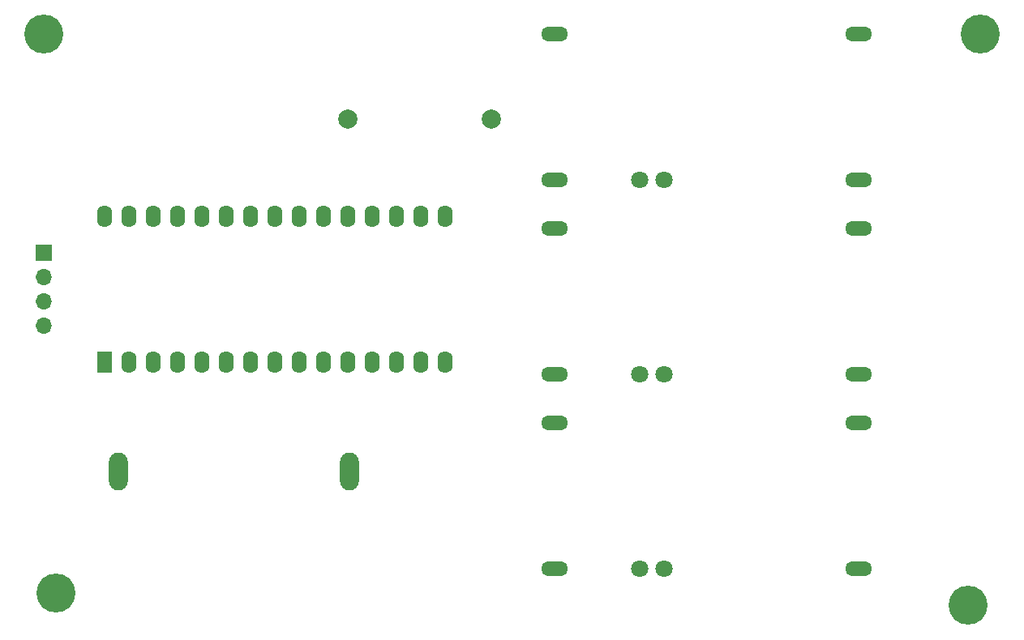
<source format=gbr>
G04 #@! TF.FileFunction,Soldermask,Bot*
%FSLAX46Y46*%
G04 Gerber Fmt 4.6, Leading zero omitted, Abs format (unit mm)*
G04 Created by KiCad (PCBNEW 4.0.7) date 01/04/18 14:32:31*
%MOMM*%
%LPD*%
G01*
G04 APERTURE LIST*
%ADD10C,0.100000*%
%ADD11O,2.800000X1.524000*%
%ADD12C,1.800000*%
%ADD13O,1.981200X3.962400*%
%ADD14C,1.998980*%
%ADD15R,1.574800X2.286000*%
%ADD16O,1.574800X2.286000*%
%ADD17R,1.700000X1.700000*%
%ADD18O,1.700000X1.700000*%
%ADD19C,4.064000*%
G04 APERTURE END LIST*
D10*
D11*
X74930000Y-77470000D03*
X74930000Y-62230000D03*
X106680000Y-77470000D03*
X106680000Y-62230000D03*
D12*
X83820000Y-77470000D03*
X86360000Y-77470000D03*
D13*
X29370000Y-107950000D03*
X53500000Y-107950000D03*
D14*
X53340000Y-71120000D03*
X68340000Y-71120000D03*
D15*
X27940000Y-96520000D03*
D16*
X30480000Y-96520000D03*
X33020000Y-96520000D03*
X35560000Y-96520000D03*
X38100000Y-96520000D03*
X40640000Y-96520000D03*
X43180000Y-96520000D03*
X45720000Y-96520000D03*
X48260000Y-96520000D03*
X50800000Y-96520000D03*
X53340000Y-96520000D03*
X55880000Y-96520000D03*
X58420000Y-96520000D03*
X60960000Y-96520000D03*
X63500000Y-96520000D03*
X63500000Y-81280000D03*
X60960000Y-81280000D03*
X58420000Y-81280000D03*
X55880000Y-81280000D03*
X53340000Y-81280000D03*
X50800000Y-81280000D03*
X48260000Y-81280000D03*
X45720000Y-81280000D03*
X43180000Y-81280000D03*
X40640000Y-81280000D03*
X38100000Y-81280000D03*
X35560000Y-81280000D03*
X33020000Y-81280000D03*
X30480000Y-81280000D03*
X27940000Y-81280000D03*
D11*
X74930000Y-97790000D03*
X74930000Y-82550000D03*
X106680000Y-97790000D03*
X106680000Y-82550000D03*
D12*
X83820000Y-97790000D03*
X86360000Y-97790000D03*
D11*
X74930000Y-118110000D03*
X74930000Y-102870000D03*
X106680000Y-118110000D03*
X106680000Y-102870000D03*
D12*
X83820000Y-118110000D03*
X86360000Y-118110000D03*
D17*
X21590000Y-85090000D03*
D18*
X21590000Y-87630000D03*
X21590000Y-90170000D03*
X21590000Y-92710000D03*
D19*
X119380000Y-62230000D03*
X118110000Y-121920000D03*
X22860000Y-120650000D03*
X21590000Y-62230000D03*
M02*

</source>
